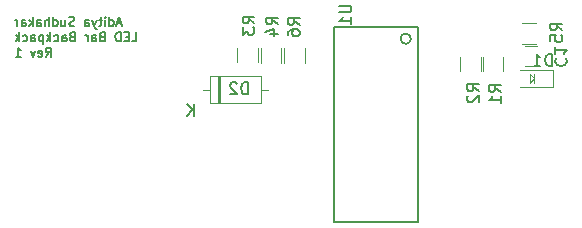
<source format=gbo>
G04 #@! TF.GenerationSoftware,KiCad,Pcbnew,5.0.2-bee76a0~70~ubuntu18.04.1*
G04 #@! TF.CreationDate,2019-03-14T11:27:35-04:00*
G04 #@! TF.ProjectId,Backpack,4261636b-7061-4636-9b2e-6b696361645f,rev?*
G04 #@! TF.SameCoordinates,Original*
G04 #@! TF.FileFunction,Legend,Bot*
G04 #@! TF.FilePolarity,Positive*
%FSLAX46Y46*%
G04 Gerber Fmt 4.6, Leading zero omitted, Abs format (unit mm)*
G04 Created by KiCad (PCBNEW 5.0.2-bee76a0~70~ubuntu18.04.1) date Thu 14 Mar 2019 11:27:35 AM EDT*
%MOMM*%
%LPD*%
G01*
G04 APERTURE LIST*
%ADD10C,0.152400*%
%ADD11C,0.120000*%
%ADD12C,0.100000*%
%ADD13C,0.150000*%
G04 APERTURE END LIST*
D10*
X72325774Y-21437600D02*
X71962917Y-21437600D01*
X72398345Y-21655314D02*
X72144345Y-20893314D01*
X71890345Y-21655314D01*
X71309774Y-21655314D02*
X71309774Y-20893314D01*
X71309774Y-21619028D02*
X71382345Y-21655314D01*
X71527488Y-21655314D01*
X71600060Y-21619028D01*
X71636345Y-21582742D01*
X71672631Y-21510171D01*
X71672631Y-21292457D01*
X71636345Y-21219885D01*
X71600060Y-21183600D01*
X71527488Y-21147314D01*
X71382345Y-21147314D01*
X71309774Y-21183600D01*
X70946917Y-21655314D02*
X70946917Y-21147314D01*
X70946917Y-20893314D02*
X70983202Y-20929600D01*
X70946917Y-20965885D01*
X70910631Y-20929600D01*
X70946917Y-20893314D01*
X70946917Y-20965885D01*
X70692917Y-21147314D02*
X70402631Y-21147314D01*
X70584060Y-20893314D02*
X70584060Y-21546457D01*
X70547774Y-21619028D01*
X70475202Y-21655314D01*
X70402631Y-21655314D01*
X70221202Y-21147314D02*
X70039774Y-21655314D01*
X69858345Y-21147314D02*
X70039774Y-21655314D01*
X70112345Y-21836742D01*
X70148631Y-21873028D01*
X70221202Y-21909314D01*
X69241488Y-21655314D02*
X69241488Y-21256171D01*
X69277774Y-21183600D01*
X69350345Y-21147314D01*
X69495488Y-21147314D01*
X69568060Y-21183600D01*
X69241488Y-21619028D02*
X69314060Y-21655314D01*
X69495488Y-21655314D01*
X69568060Y-21619028D01*
X69604345Y-21546457D01*
X69604345Y-21473885D01*
X69568060Y-21401314D01*
X69495488Y-21365028D01*
X69314060Y-21365028D01*
X69241488Y-21328742D01*
X68334345Y-21619028D02*
X68225488Y-21655314D01*
X68044060Y-21655314D01*
X67971488Y-21619028D01*
X67935202Y-21582742D01*
X67898917Y-21510171D01*
X67898917Y-21437600D01*
X67935202Y-21365028D01*
X67971488Y-21328742D01*
X68044060Y-21292457D01*
X68189202Y-21256171D01*
X68261774Y-21219885D01*
X68298060Y-21183600D01*
X68334345Y-21111028D01*
X68334345Y-21038457D01*
X68298060Y-20965885D01*
X68261774Y-20929600D01*
X68189202Y-20893314D01*
X68007774Y-20893314D01*
X67898917Y-20929600D01*
X67245774Y-21147314D02*
X67245774Y-21655314D01*
X67572345Y-21147314D02*
X67572345Y-21546457D01*
X67536060Y-21619028D01*
X67463488Y-21655314D01*
X67354631Y-21655314D01*
X67282060Y-21619028D01*
X67245774Y-21582742D01*
X66556345Y-21655314D02*
X66556345Y-20893314D01*
X66556345Y-21619028D02*
X66628917Y-21655314D01*
X66774060Y-21655314D01*
X66846631Y-21619028D01*
X66882917Y-21582742D01*
X66919202Y-21510171D01*
X66919202Y-21292457D01*
X66882917Y-21219885D01*
X66846631Y-21183600D01*
X66774060Y-21147314D01*
X66628917Y-21147314D01*
X66556345Y-21183600D01*
X66193488Y-21655314D02*
X66193488Y-20893314D01*
X65866917Y-21655314D02*
X65866917Y-21256171D01*
X65903202Y-21183600D01*
X65975774Y-21147314D01*
X66084631Y-21147314D01*
X66157202Y-21183600D01*
X66193488Y-21219885D01*
X65177488Y-21655314D02*
X65177488Y-21256171D01*
X65213774Y-21183600D01*
X65286345Y-21147314D01*
X65431488Y-21147314D01*
X65504060Y-21183600D01*
X65177488Y-21619028D02*
X65250060Y-21655314D01*
X65431488Y-21655314D01*
X65504060Y-21619028D01*
X65540345Y-21546457D01*
X65540345Y-21473885D01*
X65504060Y-21401314D01*
X65431488Y-21365028D01*
X65250060Y-21365028D01*
X65177488Y-21328742D01*
X64814631Y-21655314D02*
X64814631Y-20893314D01*
X64742060Y-21365028D02*
X64524345Y-21655314D01*
X64524345Y-21147314D02*
X64814631Y-21437600D01*
X63871202Y-21655314D02*
X63871202Y-21256171D01*
X63907488Y-21183600D01*
X63980060Y-21147314D01*
X64125202Y-21147314D01*
X64197774Y-21183600D01*
X63871202Y-21619028D02*
X63943774Y-21655314D01*
X64125202Y-21655314D01*
X64197774Y-21619028D01*
X64234060Y-21546457D01*
X64234060Y-21473885D01*
X64197774Y-21401314D01*
X64125202Y-21365028D01*
X63943774Y-21365028D01*
X63871202Y-21328742D01*
X63508345Y-21655314D02*
X63508345Y-21147314D01*
X63508345Y-21292457D02*
X63472060Y-21219885D01*
X63435774Y-21183600D01*
X63363202Y-21147314D01*
X63290631Y-21147314D01*
X73196631Y-22950714D02*
X73559488Y-22950714D01*
X73559488Y-22188714D01*
X72942631Y-22551571D02*
X72688631Y-22551571D01*
X72579774Y-22950714D02*
X72942631Y-22950714D01*
X72942631Y-22188714D01*
X72579774Y-22188714D01*
X72253202Y-22950714D02*
X72253202Y-22188714D01*
X72071774Y-22188714D01*
X71962917Y-22225000D01*
X71890345Y-22297571D01*
X71854060Y-22370142D01*
X71817774Y-22515285D01*
X71817774Y-22624142D01*
X71854060Y-22769285D01*
X71890345Y-22841857D01*
X71962917Y-22914428D01*
X72071774Y-22950714D01*
X72253202Y-22950714D01*
X70656631Y-22551571D02*
X70547774Y-22587857D01*
X70511488Y-22624142D01*
X70475202Y-22696714D01*
X70475202Y-22805571D01*
X70511488Y-22878142D01*
X70547774Y-22914428D01*
X70620345Y-22950714D01*
X70910631Y-22950714D01*
X70910631Y-22188714D01*
X70656631Y-22188714D01*
X70584060Y-22225000D01*
X70547774Y-22261285D01*
X70511488Y-22333857D01*
X70511488Y-22406428D01*
X70547774Y-22479000D01*
X70584060Y-22515285D01*
X70656631Y-22551571D01*
X70910631Y-22551571D01*
X69822060Y-22950714D02*
X69822060Y-22551571D01*
X69858345Y-22479000D01*
X69930917Y-22442714D01*
X70076060Y-22442714D01*
X70148631Y-22479000D01*
X69822060Y-22914428D02*
X69894631Y-22950714D01*
X70076060Y-22950714D01*
X70148631Y-22914428D01*
X70184917Y-22841857D01*
X70184917Y-22769285D01*
X70148631Y-22696714D01*
X70076060Y-22660428D01*
X69894631Y-22660428D01*
X69822060Y-22624142D01*
X69459202Y-22950714D02*
X69459202Y-22442714D01*
X69459202Y-22587857D02*
X69422917Y-22515285D01*
X69386631Y-22479000D01*
X69314060Y-22442714D01*
X69241488Y-22442714D01*
X68152917Y-22551571D02*
X68044060Y-22587857D01*
X68007774Y-22624142D01*
X67971488Y-22696714D01*
X67971488Y-22805571D01*
X68007774Y-22878142D01*
X68044060Y-22914428D01*
X68116631Y-22950714D01*
X68406917Y-22950714D01*
X68406917Y-22188714D01*
X68152917Y-22188714D01*
X68080345Y-22225000D01*
X68044060Y-22261285D01*
X68007774Y-22333857D01*
X68007774Y-22406428D01*
X68044060Y-22479000D01*
X68080345Y-22515285D01*
X68152917Y-22551571D01*
X68406917Y-22551571D01*
X67318345Y-22950714D02*
X67318345Y-22551571D01*
X67354631Y-22479000D01*
X67427202Y-22442714D01*
X67572345Y-22442714D01*
X67644917Y-22479000D01*
X67318345Y-22914428D02*
X67390917Y-22950714D01*
X67572345Y-22950714D01*
X67644917Y-22914428D01*
X67681202Y-22841857D01*
X67681202Y-22769285D01*
X67644917Y-22696714D01*
X67572345Y-22660428D01*
X67390917Y-22660428D01*
X67318345Y-22624142D01*
X66628917Y-22914428D02*
X66701488Y-22950714D01*
X66846631Y-22950714D01*
X66919202Y-22914428D01*
X66955488Y-22878142D01*
X66991774Y-22805571D01*
X66991774Y-22587857D01*
X66955488Y-22515285D01*
X66919202Y-22479000D01*
X66846631Y-22442714D01*
X66701488Y-22442714D01*
X66628917Y-22479000D01*
X66302345Y-22950714D02*
X66302345Y-22188714D01*
X66229774Y-22660428D02*
X66012060Y-22950714D01*
X66012060Y-22442714D02*
X66302345Y-22733000D01*
X65685488Y-22442714D02*
X65685488Y-23204714D01*
X65685488Y-22479000D02*
X65612917Y-22442714D01*
X65467774Y-22442714D01*
X65395202Y-22479000D01*
X65358917Y-22515285D01*
X65322631Y-22587857D01*
X65322631Y-22805571D01*
X65358917Y-22878142D01*
X65395202Y-22914428D01*
X65467774Y-22950714D01*
X65612917Y-22950714D01*
X65685488Y-22914428D01*
X64669488Y-22950714D02*
X64669488Y-22551571D01*
X64705774Y-22479000D01*
X64778345Y-22442714D01*
X64923488Y-22442714D01*
X64996060Y-22479000D01*
X64669488Y-22914428D02*
X64742060Y-22950714D01*
X64923488Y-22950714D01*
X64996060Y-22914428D01*
X65032345Y-22841857D01*
X65032345Y-22769285D01*
X64996060Y-22696714D01*
X64923488Y-22660428D01*
X64742060Y-22660428D01*
X64669488Y-22624142D01*
X63980060Y-22914428D02*
X64052631Y-22950714D01*
X64197774Y-22950714D01*
X64270345Y-22914428D01*
X64306631Y-22878142D01*
X64342917Y-22805571D01*
X64342917Y-22587857D01*
X64306631Y-22515285D01*
X64270345Y-22479000D01*
X64197774Y-22442714D01*
X64052631Y-22442714D01*
X63980060Y-22479000D01*
X63653488Y-22950714D02*
X63653488Y-22188714D01*
X63580917Y-22660428D02*
X63363202Y-22950714D01*
X63363202Y-22442714D02*
X63653488Y-22733000D01*
X65903202Y-24246114D02*
X66157202Y-23883257D01*
X66338631Y-24246114D02*
X66338631Y-23484114D01*
X66048345Y-23484114D01*
X65975774Y-23520400D01*
X65939488Y-23556685D01*
X65903202Y-23629257D01*
X65903202Y-23738114D01*
X65939488Y-23810685D01*
X65975774Y-23846971D01*
X66048345Y-23883257D01*
X66338631Y-23883257D01*
X65286345Y-24209828D02*
X65358917Y-24246114D01*
X65504060Y-24246114D01*
X65576631Y-24209828D01*
X65612917Y-24137257D01*
X65612917Y-23846971D01*
X65576631Y-23774400D01*
X65504060Y-23738114D01*
X65358917Y-23738114D01*
X65286345Y-23774400D01*
X65250060Y-23846971D01*
X65250060Y-23919542D01*
X65612917Y-23992114D01*
X64996060Y-23738114D02*
X64814631Y-24246114D01*
X64633202Y-23738114D01*
X63363202Y-24246114D02*
X63798631Y-24246114D01*
X63580917Y-24246114D02*
X63580917Y-23484114D01*
X63653488Y-23592971D01*
X63726060Y-23665542D01*
X63798631Y-23701828D01*
D11*
G04 #@! TO.C,C1*
X107523498Y-25082875D02*
X106523498Y-25082875D01*
X106523498Y-23382875D02*
X107523498Y-23382875D01*
D12*
G04 #@! TO.C,D1*
X107261000Y-26448500D02*
X107261000Y-26098500D01*
X107261000Y-26098500D02*
X107261000Y-25748500D01*
X106911000Y-26448500D02*
X107261000Y-26098500D01*
X106911000Y-26398500D02*
X106911000Y-26448500D01*
X106911000Y-26448500D02*
X106911000Y-26398500D01*
X106911000Y-25748500D02*
X106911000Y-26398500D01*
X106961000Y-25798500D02*
X106911000Y-25748500D01*
X107261000Y-26098500D02*
X106961000Y-25798500D01*
D11*
X108861000Y-25398500D02*
X108861000Y-26798500D01*
X108861000Y-26798500D02*
X106061000Y-26798500D01*
X108861000Y-25398500D02*
X106061000Y-25398500D01*
G04 #@! TO.C,D2*
X79858500Y-28171000D02*
X79858500Y-25931000D01*
X79858500Y-25931000D02*
X84098500Y-25931000D01*
X84098500Y-25931000D02*
X84098500Y-28171000D01*
X84098500Y-28171000D02*
X79858500Y-28171000D01*
X79208500Y-27051000D02*
X79858500Y-27051000D01*
X84748500Y-27051000D02*
X84098500Y-27051000D01*
X80578500Y-28171000D02*
X80578500Y-25931000D01*
X80698500Y-28171000D02*
X80698500Y-25931000D01*
X80458500Y-28171000D02*
X80458500Y-25931000D01*
G04 #@! TO.C,R1*
X104664997Y-25467875D02*
X104664997Y-24267875D01*
X102904997Y-24267875D02*
X102904997Y-25467875D01*
G04 #@! TO.C,R2*
X100999998Y-24267875D02*
X100999998Y-25467875D01*
X102759998Y-25467875D02*
X102759998Y-24267875D01*
G04 #@! TO.C,R3*
X82114435Y-23535238D02*
X82114435Y-24735238D01*
X83874435Y-24735238D02*
X83874435Y-23535238D01*
G04 #@! TO.C,R4*
X85861374Y-24755265D02*
X85861374Y-23555265D01*
X84101374Y-23555265D02*
X84101374Y-24755265D01*
G04 #@! TO.C,R5*
X106232998Y-23144375D02*
X107432998Y-23144375D01*
X107432998Y-21384375D02*
X106232998Y-21384375D01*
G04 #@! TO.C,R6*
X86069874Y-23555264D02*
X86069874Y-24755264D01*
X87829874Y-24755264D02*
X87829874Y-23555264D01*
D13*
G04 #@! TO.C,U1*
X90297000Y-21717000D02*
X90297000Y-38227000D01*
X90297000Y-38227000D02*
X97409000Y-38227000D01*
X97409000Y-38227000D02*
X97409000Y-21717000D01*
X97409000Y-21717000D02*
X90297000Y-21717000D01*
X96829998Y-22733000D02*
G75*
G03X96829998Y-22733000I-436998J0D01*
G01*
G04 #@! TO.C,C1*
X109142855Y-24399541D02*
X109095236Y-24447160D01*
X109047617Y-24590017D01*
X109047617Y-24685255D01*
X109095236Y-24828113D01*
X109190474Y-24923351D01*
X109285712Y-24970970D01*
X109476188Y-25018589D01*
X109619045Y-25018589D01*
X109809521Y-24970970D01*
X109904759Y-24923351D01*
X109999998Y-24828113D01*
X110047617Y-24685255D01*
X110047617Y-24590017D01*
X109999998Y-24447160D01*
X109952378Y-24399541D01*
X109047617Y-23447160D02*
X109047617Y-24018589D01*
X109047617Y-23732875D02*
X110047617Y-23732875D01*
X109904759Y-23828113D01*
X109809521Y-23923351D01*
X109761902Y-24018589D01*
G04 #@! TO.C,D1*
X108751595Y-25026880D02*
X108751595Y-24026880D01*
X108513500Y-24026880D01*
X108370642Y-24074500D01*
X108275404Y-24169738D01*
X108227785Y-24264976D01*
X108180166Y-24455452D01*
X108180166Y-24598309D01*
X108227785Y-24788785D01*
X108275404Y-24884023D01*
X108370642Y-24979261D01*
X108513500Y-25026880D01*
X108751595Y-25026880D01*
X107227785Y-25026880D02*
X107799214Y-25026880D01*
X107513500Y-25026880D02*
X107513500Y-24026880D01*
X107608738Y-24169738D01*
X107703976Y-24264976D01*
X107799214Y-24312595D01*
G04 #@! TO.C,D2*
X83034095Y-27439880D02*
X83034095Y-26439880D01*
X82796000Y-26439880D01*
X82653142Y-26487500D01*
X82557904Y-26582738D01*
X82510285Y-26677976D01*
X82462666Y-26868452D01*
X82462666Y-27011309D01*
X82510285Y-27201785D01*
X82557904Y-27297023D01*
X82653142Y-27392261D01*
X82796000Y-27439880D01*
X83034095Y-27439880D01*
X82081714Y-26535119D02*
X82034095Y-26487500D01*
X81938857Y-26439880D01*
X81700761Y-26439880D01*
X81605523Y-26487500D01*
X81557904Y-26535119D01*
X81510285Y-26630357D01*
X81510285Y-26725595D01*
X81557904Y-26868452D01*
X82129333Y-27439880D01*
X81510285Y-27439880D01*
X78430404Y-29303380D02*
X78430404Y-28303380D01*
X77858976Y-29303380D02*
X78287547Y-28731952D01*
X77858976Y-28303380D02*
X78430404Y-28874809D01*
G04 #@! TO.C,R1*
X104427877Y-27241208D02*
X103951687Y-26907875D01*
X104427877Y-26669779D02*
X103427877Y-26669779D01*
X103427877Y-27050732D01*
X103475497Y-27145970D01*
X103523116Y-27193589D01*
X103618354Y-27241208D01*
X103761211Y-27241208D01*
X103856449Y-27193589D01*
X103904068Y-27145970D01*
X103951687Y-27050732D01*
X103951687Y-26669779D01*
X104427877Y-28193589D02*
X104427877Y-27622160D01*
X104427877Y-27907875D02*
X103427877Y-27907875D01*
X103570735Y-27812636D01*
X103665973Y-27717398D01*
X103713592Y-27622160D01*
G04 #@! TO.C,R2*
X102586378Y-27177708D02*
X102110188Y-26844375D01*
X102586378Y-26606279D02*
X101586378Y-26606279D01*
X101586378Y-26987232D01*
X101633998Y-27082470D01*
X101681617Y-27130089D01*
X101776855Y-27177708D01*
X101919712Y-27177708D01*
X102014950Y-27130089D01*
X102062569Y-27082470D01*
X102110188Y-26987232D01*
X102110188Y-26606279D01*
X101681617Y-27558660D02*
X101633998Y-27606279D01*
X101586378Y-27701517D01*
X101586378Y-27939613D01*
X101633998Y-28034851D01*
X101681617Y-28082470D01*
X101776855Y-28130089D01*
X101872093Y-28130089D01*
X102014950Y-28082470D01*
X102586378Y-27511041D01*
X102586378Y-28130089D01*
G04 #@! TO.C,R3*
X83573815Y-21428571D02*
X83097625Y-21095238D01*
X83573815Y-20857142D02*
X82573815Y-20857142D01*
X82573815Y-21238095D01*
X82621435Y-21333333D01*
X82669054Y-21380952D01*
X82764292Y-21428571D01*
X82907149Y-21428571D01*
X83002387Y-21380952D01*
X83050006Y-21333333D01*
X83097625Y-21238095D01*
X83097625Y-20857142D01*
X82573815Y-21761904D02*
X82573815Y-22380952D01*
X82954768Y-22047618D01*
X82954768Y-22190476D01*
X83002387Y-22285714D01*
X83050006Y-22333333D01*
X83145244Y-22380952D01*
X83383339Y-22380952D01*
X83478577Y-22333333D01*
X83526196Y-22285714D01*
X83573815Y-22190476D01*
X83573815Y-21904761D01*
X83526196Y-21809523D01*
X83478577Y-21761904D01*
G04 #@! TO.C,R4*
X85560754Y-21514598D02*
X85084564Y-21181265D01*
X85560754Y-20943169D02*
X84560754Y-20943169D01*
X84560754Y-21324122D01*
X84608374Y-21419360D01*
X84655993Y-21466979D01*
X84751231Y-21514598D01*
X84894088Y-21514598D01*
X84989326Y-21466979D01*
X85036945Y-21419360D01*
X85084564Y-21324122D01*
X85084564Y-20943169D01*
X84894088Y-22371741D02*
X85560754Y-22371741D01*
X84513135Y-22133645D02*
X85227421Y-21895550D01*
X85227421Y-22514598D01*
G04 #@! TO.C,R5*
X109634878Y-22034208D02*
X109158688Y-21700875D01*
X109634878Y-21462779D02*
X108634878Y-21462779D01*
X108634878Y-21843732D01*
X108682498Y-21938970D01*
X108730117Y-21986589D01*
X108825355Y-22034208D01*
X108968212Y-22034208D01*
X109063450Y-21986589D01*
X109111069Y-21938970D01*
X109158688Y-21843732D01*
X109158688Y-21462779D01*
X108634878Y-22938970D02*
X108634878Y-22462779D01*
X109111069Y-22415160D01*
X109063450Y-22462779D01*
X109015831Y-22558017D01*
X109015831Y-22796113D01*
X109063450Y-22891351D01*
X109111069Y-22938970D01*
X109206307Y-22986589D01*
X109444402Y-22986589D01*
X109539640Y-22938970D01*
X109587259Y-22891351D01*
X109634878Y-22796113D01*
X109634878Y-22558017D01*
X109587259Y-22462779D01*
X109539640Y-22415160D01*
G04 #@! TO.C,R6*
X87402254Y-21575597D02*
X86926064Y-21242264D01*
X87402254Y-21004168D02*
X86402254Y-21004168D01*
X86402254Y-21385121D01*
X86449874Y-21480359D01*
X86497493Y-21527978D01*
X86592731Y-21575597D01*
X86735588Y-21575597D01*
X86830826Y-21527978D01*
X86878445Y-21480359D01*
X86926064Y-21385121D01*
X86926064Y-21004168D01*
X86402254Y-22432740D02*
X86402254Y-22242264D01*
X86449874Y-22147025D01*
X86497493Y-22099406D01*
X86640350Y-22004168D01*
X86830826Y-21956549D01*
X87211778Y-21956549D01*
X87307016Y-22004168D01*
X87354635Y-22051787D01*
X87402254Y-22147025D01*
X87402254Y-22337502D01*
X87354635Y-22432740D01*
X87307016Y-22480359D01*
X87211778Y-22527978D01*
X86973683Y-22527978D01*
X86878445Y-22480359D01*
X86830826Y-22432740D01*
X86783207Y-22337502D01*
X86783207Y-22147025D01*
X86830826Y-22051787D01*
X86878445Y-22004168D01*
X86973683Y-21956549D01*
G04 #@! TO.C,U1*
X90765380Y-19939095D02*
X91574904Y-19939095D01*
X91670142Y-19986714D01*
X91717761Y-20034333D01*
X91765380Y-20129571D01*
X91765380Y-20320047D01*
X91717761Y-20415285D01*
X91670142Y-20462904D01*
X91574904Y-20510523D01*
X90765380Y-20510523D01*
X91765380Y-21510523D02*
X91765380Y-20939095D01*
X91765380Y-21224809D02*
X90765380Y-21224809D01*
X90908238Y-21129571D01*
X91003476Y-21034333D01*
X91051095Y-20939095D01*
G04 #@! TD*
M02*

</source>
